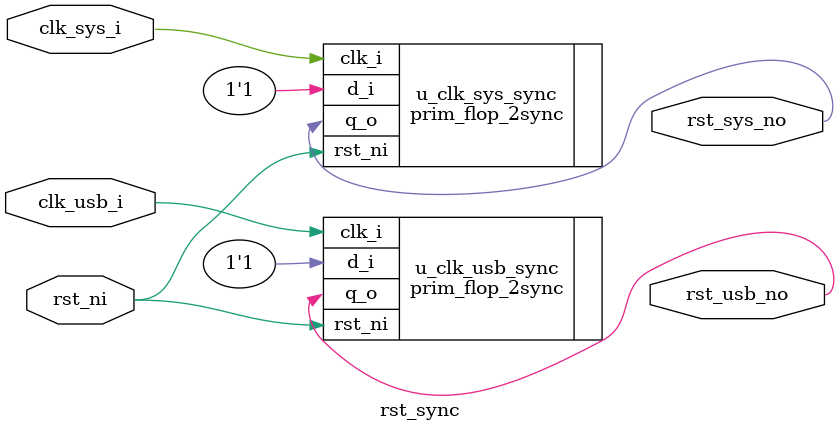
<source format=sv>


module rst_sync (
  input clk_sys_i,
  input clk_usb_i,

  input rst_ni,

  output rst_sys_no,
  output rst_usb_no
);
  // clk_sys
  prim_flop_2sync #(
    .Width(1),
    .ResetValue('0)
  ) u_clk_sys_sync (
    .clk_i(clk_sys_i),
    .rst_ni(rst_ni),
    .d_i(1'b1),
    .q_o(rst_sys_no)
  );
  // clk_usb
  prim_flop_2sync #(
    .Width(1),
    .ResetValue('0)
  ) u_clk_usb_sync (
    .clk_i(clk_usb_i),
    .rst_ni(rst_ni),
    .d_i(1'b1),
    .q_o(rst_usb_no)
  );
endmodule

</source>
